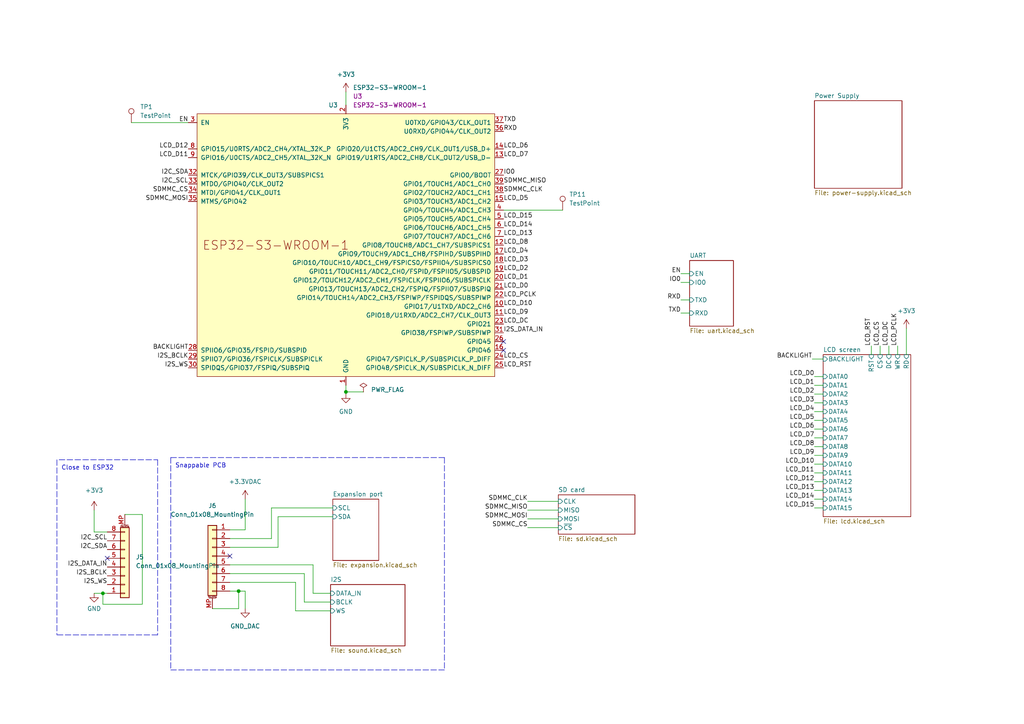
<source format=kicad_sch>
(kicad_sch (version 20250114) (generator "eeschema") (generator_version "9.0")
  (paper "A4")
  (title_block (title "Pocket3000 - ESP32-S3") (date "2024-04-09"))
  (lib_symbols
    (symbol "Connector:TestPoint" (pin_numbers (hide yes)) (pin_names (offset 0.762) (hide yes))
      (property "Reference" "TP" (at 0 6.858 0))
      (property "Value" "TestPoint" (at 0 5.08 0))
      (symbol "TestPoint_0_1"
        (circle (center 0 3.302) (radius 0.762))
      )
      (symbol "TestPoint_1_1"
        (pin passive line (at 0 0 90) (length 2.54) (name "1") (number "1"))
      )
    )
    (symbol "Connector_Generic_MountingPin:Conn_01x08_MountingPin" (pin_names (offset 1.016) (hide yes))
      (property "Reference" "J" (at 0 10.16 0))
      (property "Value" "Conn_01x08_MountingPin" (at 1.27 -12.7 0))
      (symbol "Conn_01x08_MountingPin_1_1"
        (rectangle (start -1.27 8.89) (end 1.27 -11.43) (stroke (width 0.254)) (fill (type background)))
        (rectangle (start -1.27 7.747) (end 0 7.493) (stroke (width 0.1524)))
        (rectangle (start -1.27 5.207) (end 0 4.953) (stroke (width 0.1524)))
        (rectangle (start -1.27 2.667) (end 0 2.413) (stroke (width 0.1524)))
        (rectangle (start -1.27 0.127) (end 0 -0.127) (stroke (width 0.1524)))
        (rectangle (start -1.27 -2.413) (end 0 -2.667) (stroke (width 0.1524)))
        (rectangle (start -1.27 -4.953) (end 0 -5.207) (stroke (width 0.1524)))
        (rectangle (start -1.27 -7.493) (end 0 -7.747) (stroke (width 0.1524)))
        (rectangle (start -1.27 -10.033) (end 0 -10.287) (stroke (width 0.1524)))
        (polyline (pts (xy -1.016 -12.192) (xy 1.016 -12.192)) (stroke (width 0.1524)))
        (text "Mounting" (at 0 -11.811 0) (effects (font (size 0.381 0.381))))
        (pin passive line (at -5.08 7.62 0) (length 3.81) (name "Pin_1") (number "1"))
        (pin passive line (at -5.08 5.08 0) (length 3.81) (name "Pin_2") (number "2"))
        (pin passive line (at -5.08 2.54 0) (length 3.81) (name "Pin_3") (number "3"))
        (pin passive line (at -5.08 0 0) (length 3.81) (name "Pin_4") (number "4"))
        (pin passive line (at -5.08 -2.54 0) (length 3.81) (name "Pin_5") (number "5"))
        (pin passive line (at -5.08 -5.08 0) (length 3.81) (name "Pin_6") (number "6"))
        (pin passive line (at -5.08 -7.62 0) (length 3.81) (name "Pin_7") (number "7"))
        (pin passive line (at -5.08 -10.16 0) (length 3.81) (name "Pin_8") (number "8"))
        (pin passive line (at 0 -15.24 90) (length 3.048) (name "MountPin") (number "MP"))
      )
    )
    (symbol "Espressif:ESP32-S3-WROOM-1" (pin_names (offset 1.016))
      (property "Value" "ESP32-S3-WROOM-1" (at 0 0 0))
      (property "Reference_1" "U" (at -43.18 43.18 0))
      (property "Value_1" "ESP32-S3-WROOM-1" (at -43.18 40.64 0))
      (symbol "ESP32-S3-WROOM-1_0_0"
        (text "ESP32-S3-WROOM-1" (at -20.32 0 0) (effects (font (size 2.54 2.54))))
        (pin input line (at -45.72 35.56 0) (length 2.54) (name "EN") (number "3"))
        (pin bidirectional line (at -45.72 27.94 0) (length 2.54) (name "GPIO15/U0RTS/ADC2_CH4/XTAL_32K_P") (number "8"))
        (pin bidirectional line (at -45.72 25.4 0) (length 2.54) (name "GPIO16/U0CTS/ADC2_CH5/XTAL_32K_N") (number "9"))
        (pin bidirectional line (at -45.72 20.32 0) (length 2.54) (name "MTCK/GPIO39/CLK_OUT3/SUBSPICS1") (number "32"))
        (pin bidirectional line (at -45.72 17.78 0) (length 2.54) (name "MTDO/GPIO40/CLK_OUT2") (number "33"))
        (pin bidirectional line (at -45.72 15.24 0) (length 2.54) (name "MTDI/GPIO41/CLK_OUT1") (number "34"))
        (pin bidirectional line (at -45.72 12.7 0) (length 2.54) (name "MTMS/GPIO42") (number "35"))
        (pin bidirectional line (at -45.72 -30.48 0) (length 2.54) (name "SPIIO6/GPIO35/FSPID/SUBSPID") (number "28"))
        (pin bidirectional line (at -45.72 -33.02 0) (length 2.54) (name "SPIIO7/GPIO36/FSPICLK/SUBSPICLK") (number "29"))
        (pin bidirectional line (at -45.72 -35.56 0) (length 2.54) (name "SPIDQS/GPIO37/FSPIQ/SUBSPIQ") (number "30"))
        (pin power_in line (at 0 40.64 270) (length 2.54) (name "3V3") (number "2"))
        (pin power_in line (at 0 -40.64 90) (length 2.54) (name "GND") (number "1"))
        (pin passive line (at 0 -40.64 90) (length 2.54) (hide yes) (name "GND") (number "40"))
        (pin passive line (at 0 -40.64 90) (length 2.54) (hide yes) (name "GND") (number "41"))
        (pin bidirectional line (at 45.72 35.56 180) (length 2.54) (name "U0TXD/GPIO43/CLK_OUT1") (number "37"))
        (pin bidirectional line (at 45.72 33.02 180) (length 2.54) (name "U0RXD/GPIO44/CLK_OUT2") (number "36"))
        (pin bidirectional line (at 45.72 27.94 180) (length 2.54) (name "GPIO20/U1CTS/ADC2_CH9/CLK_OUT1/USB_D+") (number "14"))
        (pin bidirectional line (at 45.72 25.4 180) (length 2.54) (name "GPIO19/U1RTS/ADC2_CH8/CLK_OUT2/USB_D-") (number "13"))
        (pin bidirectional line (at 45.72 20.32 180) (length 2.54) (name "GPIO0/BOOT") (number "27"))
        (pin bidirectional line (at 45.72 17.78 180) (length 2.54) (name "GPIO1/TOUCH1/ADC1_CH0") (number "39"))
        (pin bidirectional line (at 45.72 15.24 180) (length 2.54) (name "GPIO2/TOUCH2/ADC1_CH1") (number "38"))
        (pin bidirectional line (at 45.72 12.7 180) (length 2.54) (name "GPIO3/TOUCH3/ADC1_CH2") (number "15"))
        (pin bidirectional line (at 45.72 10.16 180) (length 2.54) (name "GPIO4/TOUCH4/ADC1_CH3") (number "4"))
        (pin bidirectional line (at 45.72 7.62 180) (length 2.54) (name "GPIO5/TOUCH5/ADC1_CH4") (number "5"))
        (pin bidirectional line (at 45.72 5.08 180) (length 2.54) (name "GPIO6/TOUCH6/ADC1_CH5") (number "6"))
        (pin bidirectional line (at 45.72 2.54 180) (length 2.54) (name "GPIO7/TOUCH7/ADC1_CH6") (number "7"))
        (pin bidirectional line (at 45.72 0 180) (length 2.54) (name "GPIO8/TOUCH8/ADC1_CH7/SUBSPICS1") (number "12"))
        (pin bidirectional line (at 45.72 -2.54 180) (length 2.54) (name "GPIO9/TOUCH9/ADC1_CH8/FSPIHD/SUBSPIHD") (number "17"))
        (pin bidirectional line (at 45.72 -5.08 180) (length 2.54) (name "GPIO10/TOUCH10/ADC1_CH9/FSPICS0/FSPIIO4/SUBSPICS0") (number "18"))
        (pin bidirectional line (at 45.72 -7.62 180) (length 2.54) (name "GPIO11/TOUCH11/ADC2_CH0/FSPID/FSPIIO5/SUBSPID") (number "19"))
        (pin bidirectional line (at 45.72 -10.16 180) (length 2.54) (name "GPIO12/TOUCH12/ADC2_CH1/FSPICLK/FSPIIO6/SUBSPICLK") (number "20"))
        (pin bidirectional line (at 45.72 -12.7 180) (length 2.54) (name "GPIO13/TOUCH13/ADC2_CH2/FSPIQ/FSPIIO7/SUBSPIQ") (number "21"))
        (pin bidirectional line (at 45.72 -15.24 180) (length 2.54) (name "GPIO14/TOUCH14/ADC2_CH3/FSPIWP/FSPIDQS/SUBSPIWP") (number "22"))
        (pin bidirectional line (at 45.72 -17.78 180) (length 2.54) (name "GPIO17/U1TXD/ADC2_CH6") (number "10"))
        (pin bidirectional line (at 45.72 -20.32 180) (length 2.54) (name "GPIO18/U1RXD/ADC2_CH7/CLK_OUT3") (number "11"))
        (pin bidirectional line (at 45.72 -22.86 180) (length 2.54) (name "GPIO21") (number "23"))
        (pin bidirectional line (at 45.72 -25.4 180) (length 2.54) (name "GPIO38/FSPIWP/SUBSPIWP") (number "31"))
        (pin bidirectional line (at 45.72 -27.94 180) (length 2.54) (name "GPIO45") (number "26"))
        (pin bidirectional line (at 45.72 -30.48 180) (length 2.54) (name "GPIO46") (number "16"))
        (pin bidirectional line (at 45.72 -33.02 180) (length 2.54) (name "GPIO47/SPICLK_P/SUBSPICLK_P_DIFF") (number "24"))
        (pin bidirectional line (at 45.72 -35.56 180) (length 2.54) (name "GPIO48/SPICLK_N/SUBSPICLK_N_DIFF") (number "25"))
      )
      (symbol "ESP32-S3-WROOM-1_0_1"
        (rectangle (start -43.18 38.1) (end 43.18 -38.1) (fill (type background)))
      )
    )
    (symbol "power:+3.3VDAC" (power) (pin_numbers (hide yes)) (pin_names (offset 0) (hide yes))
      (property "Value" "+3.3VDAC" (at 0 3.556 0))
      (symbol "+3.3VDAC_0_0"
        (pin power_in line (at 0 0 90) (length 0) (name "~") (number "1"))
      )
      (symbol "+3.3VDAC_0_1"
        (polyline (pts (xy -0.762 1.27) (xy 0 2.54)))
        (polyline (pts (xy 0 2.54) (xy 0.762 1.27)))
        (polyline (pts (xy 0 0) (xy 0 2.54)))
      )
    )
    (symbol "power:+3V3" (power) (pin_names (offset 0))
      (property "Value" "+3V3" (at 0 3.556 0))
      (symbol "+3V3_0_1"
        (polyline (pts (xy -0.762 1.27) (xy 0 2.54)))
        (polyline (pts (xy 0 2.54) (xy 0.762 1.27)))
        (polyline (pts (xy 0 0) (xy 0 2.54)))
      )
      (symbol "+3V3_1_1"
        (pin power_in line (at 0 0 90) (length 0) (hide yes) (name "+3V3") (number "1"))
      )
    )
    (symbol "power:GND" (power) (pin_names (offset 0))
      (property "Value" "GND" (at 0 -3.81 0))
      (symbol "GND_0_1"
        (polyline (pts (xy 0 0) (xy 0 -1.27) (xy 1.27 -1.27) (xy 0 -2.54) (xy -1.27 -1.27) (xy 0 -1.27)))
      )
      (symbol "GND_1_1"
        (pin power_in line (at 0 0 270) (length 0) (hide yes) (name "GND") (number "1"))
      )
    )
    (symbol "power:PWR_FLAG" (power) (pin_numbers (hide yes)) (pin_names (offset 0) (hide yes))
      (property "Value" "PWR_FLAG" (at 0 3.81 0))
      (symbol "PWR_FLAG_0_0"
        (pin power_out line (at 0 0 90) (length 0) (name "pwr") (number "1"))
      )
      (symbol "PWR_FLAG_0_1"
        (polyline (pts (xy 0 0) (xy 0 1.27) (xy -1.016 1.905) (xy 0 2.54) (xy 1.016 1.905) (xy 0 1.27)))
      )
    )
  )
  (text "Snappable PCB" (at 50.8 135.89 0) (effects (font (size 1.27 1.27)) (justify left bottom)))
  (text "Close to ESP32" (at 17.78 136.525 0) (effects (font (size 1.27 1.27)) (justify left bottom)))
  (junction (at 100.33 113.665))
  (junction (at 69.215 171.45))
  (junction (at 29.845 172.085))
  (no_connect (at 146.05 99.06))
  (no_connect (at 66.675 161.29))
  (no_connect (at 146.05 101.6))
  (no_connect (at 31.115 161.925))
  (wire (pts (xy 153.035 145.415) (xy 161.925 145.415)))
  (wire (pts (xy 41.275 175.26) (xy 29.845 175.26)))
  (wire (pts (xy 100.33 26.67) (xy 100.33 30.48)))
  (wire (pts (xy 90.805 172.085) (xy 95.885 172.085)))
  (wire (pts (xy 36.195 149.225) (xy 41.275 149.225)))
  (wire (pts (xy 71.12 171.45) (xy 71.12 176.53)))
  (wire (pts (xy 236.22 129.54) (xy 238.76 129.54)))
  (wire (pts (xy 90.805 172.085) (xy 90.805 163.83)))
  (wire (pts (xy 236.22 127) (xy 238.76 127)))
  (polyline (pts (xy 49.53 132.715) (xy 128.905 132.715)) (stroke (width 0) (type dash)))
  (wire (pts (xy 153.035 150.495) (xy 161.925 150.495)))
  (wire (pts (xy 236.22 119.38) (xy 238.76 119.38)))
  (wire (pts (xy 146.05 60.96) (xy 163.195 60.96)))
  (wire (pts (xy 78.74 156.21) (xy 66.675 156.21)))
  (wire (pts (xy 236.22 114.3) (xy 238.76 114.3)))
  (wire (pts (xy 66.675 171.45) (xy 69.215 171.45)))
  (wire (pts (xy 236.22 144.78) (xy 238.76 144.78)))
  (wire (pts (xy 85.725 177.165) (xy 95.885 177.165)))
  (wire (pts (xy 69.215 171.45) (xy 71.12 171.45)))
  (polyline (pts (xy 45.72 133.35) (xy 45.72 184.15)) (stroke (width 0) (type dash)))
  (wire (pts (xy 100.33 113.665) (xy 105.41 113.665)))
  (wire (pts (xy 252.73 100.33) (xy 252.73 102.87)))
  (wire (pts (xy 236.22 134.62) (xy 238.76 134.62)))
  (polyline (pts (xy 17.145 133.35) (xy 45.72 133.35)) (stroke (width 0) (type dash)))
  (wire (pts (xy 85.725 168.91) (xy 66.675 168.91)))
  (wire (pts (xy 100.33 113.665) (xy 100.33 114.3)))
  (wire (pts (xy 71.12 153.67) (xy 66.675 153.67)))
  (wire (pts (xy 197.485 86.995) (xy 200.025 86.995)))
  (wire (pts (xy 236.22 147.32) (xy 238.76 147.32)))
  (wire (pts (xy 29.845 172.085) (xy 31.115 172.085)))
  (wire (pts (xy 88.265 174.625) (xy 95.885 174.625)))
  (wire (pts (xy 66.675 158.75) (xy 80.645 158.75)))
  (wire (pts (xy 255.27 100.33) (xy 255.27 102.87)))
  (wire (pts (xy 80.645 158.75) (xy 80.645 149.86)))
  (polyline (pts (xy 128.905 194.31) (xy 49.53 194.31)) (stroke (width 0) (type dash)))
  (wire (pts (xy 71.12 144.78) (xy 71.12 153.67)))
  (wire (pts (xy 88.265 166.37) (xy 66.675 166.37)))
  (wire (pts (xy 257.81 100.33) (xy 257.81 102.87)))
  (wire (pts (xy 27.305 147.955) (xy 27.305 154.305)))
  (wire (pts (xy 236.22 124.46) (xy 238.76 124.46)))
  (polyline (pts (xy 45.72 184.15) (xy 16.51 184.15)) (stroke (width 0) (type dash)))
  (wire (pts (xy 78.74 147.32) (xy 96.52 147.32)))
  (wire (pts (xy 29.845 175.26) (xy 29.845 172.085)))
  (polyline (pts (xy 49.53 132.715) (xy 49.53 194.31)) (stroke (width 0) (type dash)))
  (wire (pts (xy 61.595 176.53) (xy 69.215 176.53)))
  (wire (pts (xy 236.22 121.92) (xy 238.76 121.92)))
  (wire (pts (xy 236.22 132.08) (xy 238.76 132.08)))
  (polyline (pts (xy 16.51 133.35) (xy 16.51 184.15)) (stroke (width 0) (type dash)))
  (wire (pts (xy 236.22 142.24) (xy 238.76 142.24)))
  (wire (pts (xy 153.035 147.955) (xy 161.925 147.955)))
  (wire (pts (xy 236.22 139.7) (xy 238.76 139.7)))
  (wire (pts (xy 88.265 174.625) (xy 88.265 166.37)))
  (wire (pts (xy 236.22 116.84) (xy 238.76 116.84)))
  (polyline (pts (xy 128.905 132.715) (xy 128.905 194.31)) (stroke (width 0) (type dash)))
  (wire (pts (xy 197.485 90.805) (xy 200.025 90.805)))
  (wire (pts (xy 197.485 79.375) (xy 200.025 79.375)))
  (wire (pts (xy 100.33 111.76) (xy 100.33 113.665)))
  (wire (pts (xy 85.725 177.165) (xy 85.725 168.91)))
  (wire (pts (xy 236.22 137.16) (xy 238.76 137.16)))
  (wire (pts (xy 69.215 176.53) (xy 69.215 171.45)))
  (wire (pts (xy 90.805 163.83) (xy 66.675 163.83)))
  (wire (pts (xy 41.275 149.225) (xy 41.275 175.26)))
  (wire (pts (xy 197.485 81.915) (xy 200.025 81.915)))
  (wire (pts (xy 27.305 172.085) (xy 29.845 172.085)))
  (wire (pts (xy 236.22 109.22) (xy 238.76 109.22)))
  (wire (pts (xy 260.35 100.33) (xy 260.35 102.87)))
  (wire (pts (xy 27.305 154.305) (xy 31.115 154.305)))
  (wire (pts (xy 262.89 95.25) (xy 262.89 102.87)))
  (wire (pts (xy 80.645 149.86) (xy 96.52 149.86)))
  (wire (pts (xy 153.035 153.035) (xy 161.925 153.035)))
  (wire (pts (xy 235.585 104.14) (xy 238.76 104.14)))
  (wire (pts (xy 38.1 35.56) (xy 54.61 35.56)))
  (wire (pts (xy 78.74 147.32) (xy 78.74 156.21)))
  (wire (pts (xy 236.22 111.76) (xy 238.76 111.76)))
  (label "LCD_D10" (at 236.22 134.62 180))
  (label "LCD_D3" (at 236.22 116.84 180))
  (label "LCD_D1" (at 146.05 81.28 0))
  (label "LCD_D4" (at 236.22 119.38 180))
  (label "IO0" (at 197.485 81.915 180))
  (label "SDMMC_MISO" (at 146.05 53.34 0))
  (label "LCD_D12" (at 236.22 139.7 180))
  (label "I2S_WS" (at 31.115 169.545 180))
  (label "LCD_CS" (at 146.05 104.14 0))
  (label "LCD_D2" (at 146.05 78.74 0))
  (label "LCD_D7" (at 146.05 45.72 0))
  (label "SDMMC_CLK" (at 146.05 55.88 0))
  (label "LCD_RST" (at 252.73 100.33 90))
  (label "LCD_D10" (at 146.05 88.9 0))
  (label "LCD_D15" (at 236.22 147.32 180))
  (label "TXD" (at 197.485 90.805 180))
  (label "LCD_D0" (at 146.05 83.82 0))
  (label "LCD_D11" (at 236.22 137.16 180))
  (label "SDMMC_MOSI" (at 54.61 58.42 180))
  (label "LCD_RST" (at 146.05 106.68 0))
  (label "LCD_D5" (at 146.05 58.42 0))
  (label "BACKLIGHT" (at 54.61 101.6 180))
  (label "LCD_D14" (at 236.22 144.78 180))
  (label "I2S_DATA_IN" (at 146.05 96.52 0))
  (label "RXD" (at 197.485 86.995 180))
  (label "I2S_WS" (at 54.61 106.68 180))
  (label "LCD_D4" (at 146.05 73.66 0))
  (label "LCD_DC" (at 146.05 93.98 0))
  (label "TXD" (at 146.05 35.56 0))
  (label "LCD_D6" (at 146.05 43.18 0))
  (label "LCD_D0" (at 236.22 109.22 180))
  (label "SDMMC_CLK" (at 153.035 145.415 180))
  (label "LCD_DC" (at 257.81 100.33 90))
  (label "BACKLIGHT" (at 235.585 104.14 180))
  (label "EN" (at 54.61 35.56 180))
  (label "LCD_PCLK" (at 146.05 86.36 0))
  (label "I2S_DATA_IN" (at 31.115 164.465 180))
  (label "I2C_SDA" (at 31.115 159.385 180))
  (label "RXD" (at 146.05 38.1 0))
  (label "LCD_D13" (at 146.05 68.58 0))
  (label "LCD_D1" (at 236.22 111.76 180))
  (label "SDMMC_CS" (at 153.035 153.035 180))
  (label "I2S_BCLK" (at 54.61 104.14 180))
  (label "LCD_D5" (at 236.22 121.92 180))
  (label "LCD_D7" (at 236.22 127 180))
  (label "LCD_CS" (at 255.27 100.33 90))
  (label "I2C_SCL" (at 54.61 53.34 180))
  (label "I2C_SDA" (at 54.61 50.8 180))
  (label "LCD_D9" (at 146.05 91.44 0))
  (label "LCD_D12" (at 54.61 43.18 180))
  (label "I2C_SCL" (at 31.115 156.845 180))
  (label "LCD_D8" (at 146.05 71.12 0))
  (label "IO0" (at 146.05 50.8 0))
  (label "SDMMC_CS" (at 54.61 55.88 180))
  (label "SDMMC_MISO" (at 153.035 147.955 180))
  (label "LCD_D2" (at 236.22 114.3 180))
  (label "LCD_D3" (at 146.05 76.2 0))
  (label "SDMMC_MOSI" (at 153.035 150.495 180))
  (label "I2S_BCLK" (at 31.115 167.005 180))
  (label "LCD_D14" (at 146.05 66.04 0))
  (label "LCD_D8" (at 236.22 129.54 180))
  (label "LCD_D6" (at 236.22 124.46 180))
  (label "EN" (at 197.485 79.375 180))
  (label "LCD_PCLK" (at 260.35 100.33 90))
  (label "LCD_D13" (at 236.22 142.24 180))
  (label "LCD_D15" (at 146.05 63.5 0))
  (label "LCD_D9" (at 236.22 132.08 180))
  (label "LCD_D11" (at 54.61 45.72 180))
  (symbol (lib_id "power:+3V3") (at 100.33 26.67 0) (unit 1)
    (property "Reference" "#PWR01" (effects (hide yes)))
    (property "Value" "+3V3" (at 100.33 21.59 0))
  )
  (symbol (lib_id "power:PWR_FLAG") (at 105.41 113.665 0) (unit 1)
    (property "Reference" "#FLG0102" (effects (hide yes)))
    (property "Value" "PWR_FLAG" (at 112.395 113.03 0))
  )
  (symbol (lib_id "power:+3V3") (at 262.89 95.25 0) (unit 1)
    (property "Reference" "#PWR03" (effects (hide yes)))
    (property "Value" "+3V3" (at 262.89 90.17 0))
  )
  (symbol (lib_id "Espressif:ESP32-S3-WROOM-1") (at 100.33 71.12 0) (unit 1)
    (property "Reference" "U3" (at 95.25 30.48 0) (effects (justify left)))
    (property "Value" "ESP32-S3-WROOM-1" (at 102.3494 25.4 0) (effects (justify left)))
    (property "Footprint" "Espressif:ESP32-S3-WROOM-1U" (effects (hide yes)))
    (property "Reference_1" "U3" (at 102.3494 27.94 0) (effects (justify left)))
    (property "Value_1" "ESP32-S3-WROOM-1" (at 102.3494 30.48 0) (effects (justify left)))
    (property "Footprint_1" "Espressif:ESP32-S3-WROOM-1" (effects (hide yes)))
    (property "Datasheet_1" "https://www.espressif.com/sites/default/files/documentation/esp32-s3-wroom-1_wroom-1u_datasheet_en.pdf" (effects (hide yes)))
  )
  (symbol (lib_id "Connector:TestPoint") (at 163.195 60.96 0) (unit 1)
    (property "Reference" "TP11" (at 165.1 56.3879 0) (effects (justify left)))
    (property "Value" "TestPoint" (at 165.1 58.9279 0) (effects (justify left)))
    (property "Footprint" "TestPoint:TestPoint_Pad_D1.5mm" (effects (hide yes)))
  )
  (symbol (lib_id "power:+3V3") (at 27.305 147.955 0) (unit 1)
    (property "Reference" "#PWR024" (effects (hide yes)))
    (property "Value" "+3V3" (at 27.305 142.24 0))
  )
  (symbol (lib_id "power:+3.3VDAC") (at 71.12 144.78 0) (unit 1)
    (property "Reference" "#PWR028" (effects (hide yes)))
    (property "Value" "+3.3VDAC" (at 71.12 139.7 0))
    (property "Description" "Power symbol creates a global label with name \"+3.3VDAC\"" (effects (hide yes)))
  )
  (symbol (lib_id "Connector_Generic_MountingPin:Conn_01x08_MountingPin") (at 36.195 164.465 0) (mirror x) (unit 1)
    (property "Reference" "J5" (at 39.37 161.5693 0) (effects (justify left)))
    (property "Value" "Conn_01x08_MountingPin" (at 39.37 164.1093 0) (effects (justify left)))
    (property "Footprint" "Connector_FFC-FPC:Hirose_FH12-8S-0.5SH_1x08-1MP_P0.50mm_Horizontal" (effects (hide yes)))
  )
  (symbol (lib_id "power:GND") (at 100.33 114.3 0) (unit 1)
    (property "Reference" "#PWR02" (effects (hide yes)))
    (property "Value" "GND" (at 100.33 119.38 0))
  )
  (symbol (lib_id "Connector_Generic_MountingPin:Conn_01x08_MountingPin") (at 61.595 161.29 0) (mirror y) (unit 1)
    (property "Reference" "J6" (at 61.595 146.685 0))
    (property "Value" "Conn_01x08_MountingPin" (at 61.595 149.225 0))
    (property "Footprint" "Connector_FFC-FPC:Hirose_FH12-8S-0.5SH_1x08-1MP_P0.50mm_Horizontal" (effects (hide yes)))
  )
  (symbol (lib_id "power:GND") (at 71.12 176.53 0) (unit 1)
    (property "Reference" "#PWR031" (effects (hide yes)))
    (property "Value" "GND_DAC" (at 71.12 181.61 0))
  )
  (symbol (lib_id "Connector:TestPoint") (at 38.1 35.56 0) (unit 1)
    (property "Reference" "TP1" (at 40.64 30.9879 0) (effects (justify left)))
    (property "Value" "TestPoint" (at 40.64 33.5279 0) (effects (justify left)))
    (property "Footprint" "TestPoint:TestPoint_Pad_D1.5mm" (effects (hide yes)))
  )
  (symbol (lib_id "power:GND") (at 27.305 172.085 0) (unit 1)
    (property "Reference" "#PWR025" (effects (hide yes)))
    (property "Value" "GND" (at 27.305 176.53 0))
  )
  (sheet (at 236.22 29.21) (size 25.4 25.4) (stroke (width 0.1524))
    (property "Sheetname" "Power Supply" (at 236.22 28.4984 0) (effects (justify left bottom)))
    (property "Sheetfile" "power-supply.kicad_sch" (at 236.22 55.1946 0) (effects (justify left top)))
  )
  (sheet (at 161.925 143.51) (size 22.225 11.43) (stroke (width 0.1524))
    (property "Sheetname" "SD card" (at 161.925 142.7984 0) (effects (justify left bottom)))
    (property "Sheetfile" "sd.kicad_sch" (at 161.925 155.5246 0) (effects (justify left top)))
    (pin "MISO" input (at 161.925 147.955 180))
    (pin "CLK" input (at 161.925 145.415 180))
    (pin "MOSI" input (at 161.925 150.495 180))
    (pin "~{CS}" input (at 161.925 153.035 180))
  )
  (sheet (at 96.52 144.78) (size 13.335 17.78) (stroke (width 0.1524))
    (property "Sheetname" "Expansion port" (at 96.52 144.0684 0) (effects (justify left bottom)))
    (property "Sheetfile" "expansion.kicad_sch" (at 96.52 163.1446 0) (effects (justify left top)))
    (pin "SCL" input (at 96.52 147.32 180))
    (pin "SDA" input (at 96.52 149.86 180))
  )
  (sheet (at 238.76 102.87) (size 25.4 46.99) (stroke (width 0.1524))
    (property "Sheetname" "LCD screen" (at 238.76 102.1584 0) (effects (justify left bottom)))
    (property "Sheetfile" "lcd.kicad_sch" (at 238.76 150.4446 0) (effects (justify left top)))
    (pin "BACKLIGHT" input (at 238.76 104.14 180))
    (pin "DATA10" input (at 238.76 134.62 180))
    (pin "DATA11" input (at 238.76 137.16 180))
    (pin "DATA12" input (at 238.76 139.7 180))
    (pin "DATA13" input (at 238.76 142.24 180))
    (pin "DATA14" input (at 238.76 144.78 180))
    (pin "DATA15" input (at 238.76 147.32 180))
    (pin "DATA5" input (at 238.76 121.92 180))
    (pin "DATA6" input (at 238.76 124.46 180))
    (pin "DATA7" input (at 238.76 127 180))
    (pin "DATA8" input (at 238.76 129.54 180))
    (pin "DATA9" input (at 238.76 132.08 180))
    (pin "RST" input (at 252.73 102.87 90))
    (pin "DC" input (at 257.81 102.87 90))
    (pin "WR" input (at 260.35 102.87 90))
    (pin "CS" input (at 255.27 102.87 90))
    (pin "DATA0" input (at 238.76 109.22 180))
    (pin "DATA1" input (at 238.76 111.76 180))
    (pin "DATA2" input (at 238.76 114.3 180))
    (pin "DATA3" input (at 238.76 116.84 180))
    (pin "DATA4" input (at 238.76 119.38 180))
    (pin "RD" input (at 262.89 102.87 90))
  )
  (sheet (at 95.885 169.545) (size 21.59 17.78) (stroke (width 0.1524))
    (property "Sheetname" "I2S" (at 95.885 168.8334 0) (effects (justify left bottom)))
    (property "Sheetfile" "sound.kicad_sch" (at 95.885 187.9096 0) (effects (justify left top)))
    (pin "DATA_IN" input (at 95.885 172.085 180))
    (pin "BCLK" input (at 95.885 174.625 180))
    (pin "WS" input (at 95.885 177.165 180))
  )
  (sheet (at 200.025 75.565) (size 12.7 19.05) (stroke (width 0.1524))
    (property "Sheetname" "UART" (at 200.025 74.8534 0) (effects (justify left bottom)))
    (property "Sheetfile" "uart.kicad_sch" (at 200.025 95.1996 0) (effects (justify left top)))
    (pin "EN" input (at 200.025 79.375 180))
    (pin "IO0" input (at 200.025 81.915 180))
    (pin "TXD" input (at 200.025 86.995 180))
    (pin "RXD" input (at 200.025 90.805 180))
  )
)
</source>
